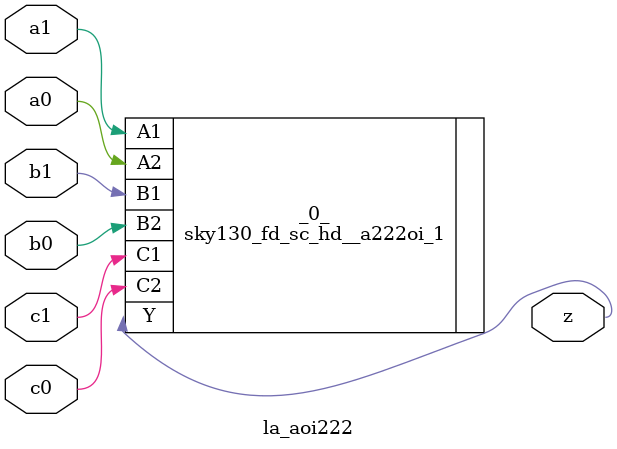
<source format=v>
/* Generated by Yosys 0.37 (git sha1 a5c7f69ed, clang 14.0.0-1ubuntu1.1 -fPIC -Os) */

module la_aoi222(a0, a1, b0, b1, c0, c1, z);
  input a0;
  wire a0;
  input a1;
  wire a1;
  input b0;
  wire b0;
  input b1;
  wire b1;
  input c0;
  wire c0;
  input c1;
  wire c1;
  output z;
  wire z;
  sky130_fd_sc_hd__a222oi_1 _0_ (
    .A1(a1),
    .A2(a0),
    .B1(b1),
    .B2(b0),
    .C1(c1),
    .C2(c0),
    .Y(z)
  );
endmodule

</source>
